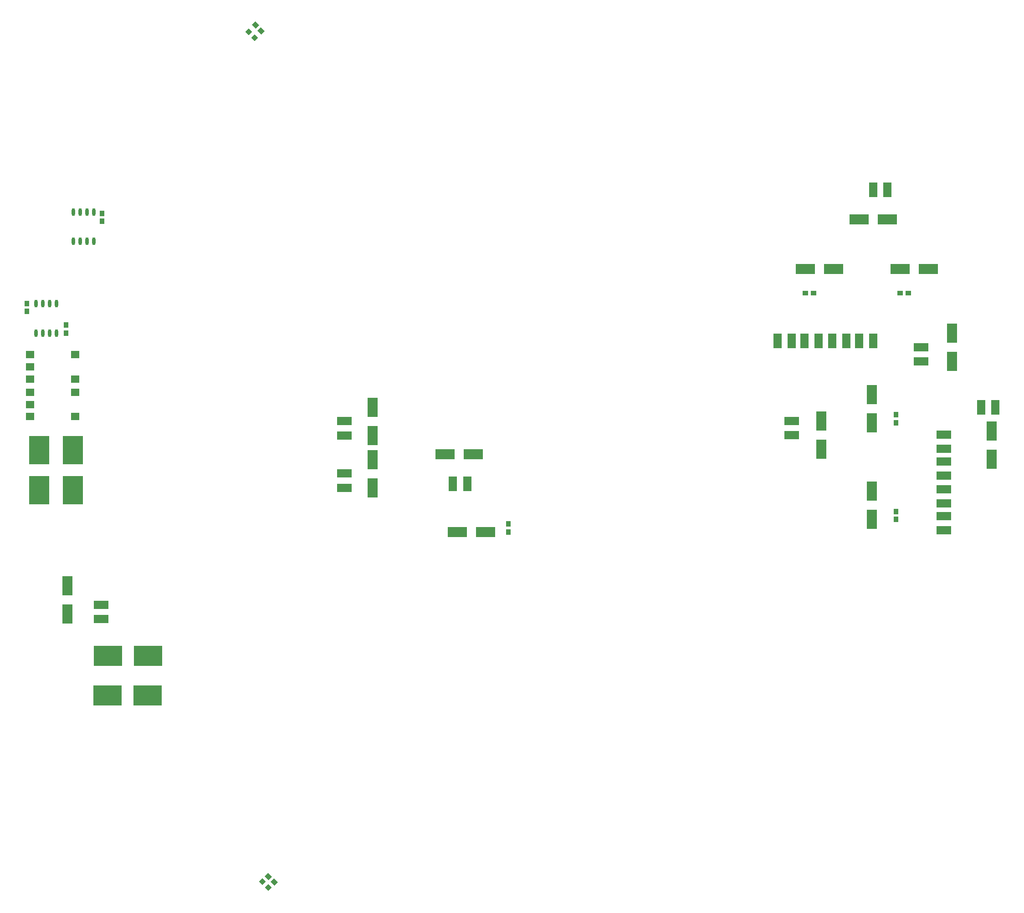
<source format=gtp>
G04*
G04 #@! TF.GenerationSoftware,Altium Limited,Altium Designer,22.6.1 (34)*
G04*
G04 Layer_Color=8421504*
%FSLAX44Y44*%
%MOMM*%
G71*
G04*
G04 #@! TF.SameCoordinates,93EC8B6F-EB43-44BE-ACFD-6113DF9B5761*
G04*
G04*
G04 #@! TF.FilePolarity,Positive*
G04*
G01*
G75*
%ADD20R,1.8500X3.6000*%
%ADD21R,3.6000X1.8500*%
%ADD22R,2.8000X1.5500*%
%ADD23R,1.5500X2.8000*%
%ADD24R,0.9500X1.0000*%
%ADD25R,1.0000X0.9500*%
%ADD26P,1.3435X4X90.0*%
%ADD27R,5.3340X3.8100*%
%ADD28R,3.8100X5.3340*%
G04:AMPARAMS|DCode=29|XSize=0.95mm|YSize=1mm|CornerRadius=0mm|HoleSize=0mm|Usage=FLASHONLY|Rotation=45.000|XOffset=0mm|YOffset=0mm|HoleType=Round|Shape=Rectangle|*
%AMROTATEDRECTD29*
4,1,4,0.0177,-0.6894,-0.6894,0.0177,-0.0177,0.6894,0.6894,-0.0177,0.0177,-0.6894,0.0*
%
%ADD29ROTATEDRECTD29*%

%ADD30R,1.6000X1.4000*%
%ADD31O,0.6000X1.4500*%
D20*
X85000Y680000D02*
D03*
Y627500D02*
D03*
X652500Y1012500D02*
D03*
Y960000D02*
D03*
Y915000D02*
D03*
Y862500D02*
D03*
X1486321Y934421D02*
D03*
Y986921D02*
D03*
X1729150Y1150150D02*
D03*
Y1097650D02*
D03*
X1802721Y915271D02*
D03*
Y967771D02*
D03*
X1580471Y1035721D02*
D03*
Y983221D02*
D03*
Y856071D02*
D03*
Y803570D02*
D03*
D21*
X840000Y925000D02*
D03*
X787500D02*
D03*
X810000Y780000D02*
D03*
X862500D02*
D03*
X1556879Y1361629D02*
D03*
X1609379Y1361629D02*
D03*
X1685340Y1269100D02*
D03*
X1632840D02*
D03*
X1509500Y1269100D02*
D03*
X1457000D02*
D03*
D22*
X147500Y645000D02*
D03*
Y618500D02*
D03*
X600000Y986500D02*
D03*
Y960000D02*
D03*
X600000Y889000D02*
D03*
Y862500D02*
D03*
X1431321Y960421D02*
D03*
Y986921D02*
D03*
X1672000Y1124150D02*
D03*
Y1097650D02*
D03*
X1713821Y961421D02*
D03*
Y934921D02*
D03*
Y911721D02*
D03*
Y885221D02*
D03*
Y859821D02*
D03*
Y833321D02*
D03*
Y810121D02*
D03*
Y783621D02*
D03*
D23*
X828250Y870000D02*
D03*
X801750D02*
D03*
X1582879Y1416629D02*
D03*
X1609379Y1416629D02*
D03*
X1810171Y1012221D02*
D03*
X1783671D02*
D03*
X1583100Y1135750D02*
D03*
X1556600Y1135750D02*
D03*
X1533400Y1135750D02*
D03*
X1506900Y1135750D02*
D03*
X1481500D02*
D03*
X1455000Y1135750D02*
D03*
X1431800Y1135750D02*
D03*
X1405300Y1135750D02*
D03*
D24*
X905000Y780000D02*
D03*
Y795000D02*
D03*
X1624921Y983221D02*
D03*
Y998221D02*
D03*
Y803570D02*
D03*
Y818570D02*
D03*
X150000Y1373000D02*
D03*
Y1358500D02*
D03*
X10000Y1190500D02*
D03*
Y1205000D02*
D03*
X82500Y1150500D02*
D03*
Y1165000D02*
D03*
D25*
X1632840Y1224650D02*
D03*
X1647840Y1224650D02*
D03*
X1457000D02*
D03*
X1472000D02*
D03*
D26*
X447691Y129600D02*
D03*
X458651Y118640D02*
D03*
X422449Y1710909D02*
D03*
X433409Y1699949D02*
D03*
D27*
X235461Y550000D02*
D03*
X160785D02*
D03*
X159639Y476250D02*
D03*
X234315D02*
D03*
D28*
X32500Y932338D02*
D03*
Y857662D02*
D03*
X95000Y932338D02*
D03*
Y857662D02*
D03*
D29*
X459005Y139500D02*
D03*
X469258Y129247D02*
D03*
X435177Y1722930D02*
D03*
X445430Y1712677D02*
D03*
D30*
X99500Y1065000D02*
D03*
Y1110000D02*
D03*
X15500D02*
D03*
Y1065000D02*
D03*
Y1087500D02*
D03*
Y1017500D02*
D03*
Y995000D02*
D03*
Y1040000D02*
D03*
X99500D02*
D03*
Y995000D02*
D03*
D31*
X65200Y1205000D02*
D03*
X52500D02*
D03*
X39800D02*
D03*
X27100D02*
D03*
X65200Y1150500D02*
D03*
X52500D02*
D03*
X39800D02*
D03*
X27100D02*
D03*
X134050Y1375250D02*
D03*
X121350D02*
D03*
X108650D02*
D03*
X95950D02*
D03*
X134050Y1320750D02*
D03*
X121350D02*
D03*
X108650D02*
D03*
X95950D02*
D03*
M02*

</source>
